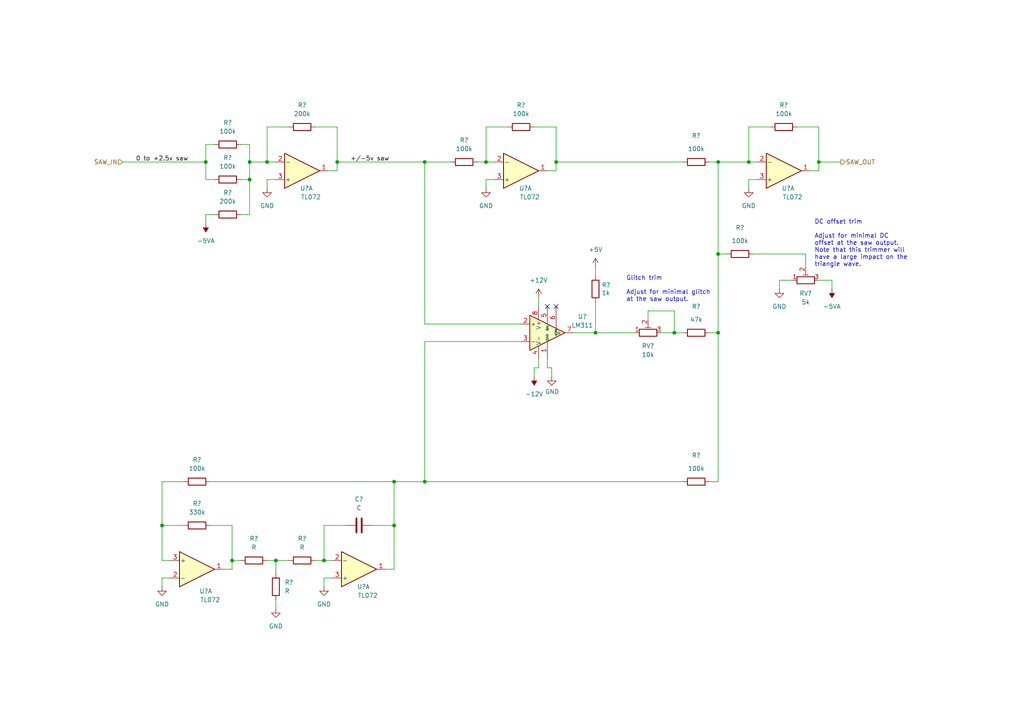
<source format=kicad_sch>
(kicad_sch (version 20211123) (generator eeschema)
  (paper "A4")
  (lib_symbols
    (symbol "Amplifier_Operational:TL072" (pin_names (offset 0.127))
      (property "Reference" "U" (at 0 5.08 0))
      (property "Value" "TL072" (at 0 -5.08 0))
      (symbol "TL072_1_1"
        (polyline (pts (xy -5.08 5.08) (xy 5.08 0) (xy -5.08 -5.08) (xy -5.08 5.08)) (stroke (width 0.254)) (fill (type background)))
        (pin output line (at 7.62 0 180) (length 2.54) (name "~") (number "1"))
        (pin input line (at -7.62 -2.54 0) (length 2.54) (name "-") (number "2"))
        (pin input line (at -7.62 2.54 0) (length 2.54) (name "+") (number "3"))
      )
      (symbol "TL072_2_1"
        (polyline (pts (xy -5.08 5.08) (xy 5.08 0) (xy -5.08 -5.08) (xy -5.08 5.08)) (stroke (width 0.254)) (fill (type background)))
        (pin input line (at -7.62 2.54 0) (length 2.54) (name "+") (number "5"))
        (pin input line (at -7.62 -2.54 0) (length 2.54) (name "-") (number "6"))
        (pin output line (at 7.62 0 180) (length 2.54) (name "~") (number "7"))
      )
      (symbol "TL072_3_1"
        (pin power_in line (at -2.54 -7.62 90) (length 3.81) (name "V-") (number "4"))
        (pin power_in line (at -2.54 7.62 270) (length 3.81) (name "V+") (number "8"))
      )
    )
    (symbol "Comparator:LM311" (pin_names (offset 0.127))
      (property "Reference" "U" (at 3.81 6.35 0))
      (property "Value" "LM311" (at 3.81 3.81 0))
      (symbol "LM311_0_1"
        (polyline (pts (xy 5.08 0) (xy -5.08 5.08) (xy -5.08 -5.08) (xy 5.08 0)) (stroke (width 0.254)) (fill (type background)))
        (polyline (pts (xy 3.683 -0.381) (xy 3.302 -0.381) (xy 3.683 0) (xy 3.302 0.381) (xy 2.921 0) (xy 3.302 -0.381) (xy 2.921 -0.381)) (stroke (width 0.127)))
      )
      (symbol "LM311_1_1"
        (pin passive line (at 0 -7.62 90) (length 5.08) (name "GND") (number "1"))
        (pin input line (at -7.62 2.54 0) (length 2.54) (name "+") (number "2"))
        (pin input line (at -7.62 -2.54 0) (length 2.54) (name "-") (number "3"))
        (pin power_in line (at -2.54 -7.62 90) (length 3.81) (name "V-") (number "4"))
        (pin input line (at 0 7.62 270) (length 5.08) (name "BAL") (number "5"))
        (pin input line (at 2.54 7.62 270) (length 6.35) (name "STRB") (number "6"))
        (pin open_collector line (at 7.62 0 180) (length 2.54) (name "~") (number "7"))
        (pin power_in line (at -2.54 7.62 270) (length 3.81) (name "V+") (number "8"))
      )
    )
    (symbol "Device:C" (pin_numbers hide) (pin_names (offset 0.254))
      (property "Reference" "C" (at 0.635 2.54 0))
      (property "Value" "C" (at 0.635 -2.54 0))
      (symbol "C_0_1"
        (polyline (pts (xy -2.032 -0.762) (xy 2.032 -0.762)) (stroke (width 0.508)))
        (polyline (pts (xy -2.032 0.762) (xy 2.032 0.762)) (stroke (width 0.508)))
      )
      (symbol "C_1_1"
        (pin passive line (at 0 3.81 270) (length 2.794) (name "~") (number "1"))
        (pin passive line (at 0 -3.81 90) (length 2.794) (name "~") (number "2"))
      )
    )
    (symbol "Device:R" (pin_numbers hide) (pin_names (offset 0))
      (property "Reference" "R" (at 2.032 0 90))
      (property "Value" "R" (at 0 0 90))
      (symbol "R_0_1"
        (rectangle (start -1.016 -2.54) (end 1.016 2.54) (stroke (width 0.254)))
      )
      (symbol "R_1_1"
        (pin passive line (at 0 3.81 270) (length 1.27) (name "~") (number "1"))
        (pin passive line (at 0 -3.81 90) (length 1.27) (name "~") (number "2"))
      )
    )
    (symbol "Device:R_Potentiometer_Trim" (pin_names (offset 1.016) hide)
      (property "Reference" "RV" (at -4.445 0 90))
      (property "Value" "R_Potentiometer_Trim" (at -2.54 0 90))
      (symbol "R_Potentiometer_Trim_0_1"
        (polyline (pts (xy 1.524 0.762) (xy 1.524 -0.762)))
        (polyline (pts (xy 2.54 0) (xy 1.524 0)))
        (rectangle (start 1.016 2.54) (end -1.016 -2.54) (stroke (width 0.254)))
      )
      (symbol "R_Potentiometer_Trim_1_1"
        (pin passive line (at 0 3.81 270) (length 1.27) (name "1") (number "1"))
        (pin passive line (at 3.81 0 180) (length 1.27) (name "2") (number "2"))
        (pin passive line (at 0 -3.81 90) (length 1.27) (name "3") (number "3"))
      )
    )
    (symbol "power:+12V" (power) (pin_names (offset 0))
      (property "Value" "+12V" (at 0 3.556 0))
      (symbol "+12V_0_1"
        (polyline (pts (xy -0.762 1.27) (xy 0 2.54)))
        (polyline (pts (xy 0 0) (xy 0 2.54)))
        (polyline (pts (xy 0 2.54) (xy 0.762 1.27)))
      )
      (symbol "+12V_1_1"
        (pin power_in line (at 0 0 90) (length 0) hide (name "+12V") (number "1"))
      )
    )
    (symbol "power:+5V" (power) (pin_names (offset 0))
      (property "Value" "+5V" (at 0 3.556 0))
      (symbol "+5V_0_1"
        (polyline (pts (xy -0.762 1.27) (xy 0 2.54)))
        (polyline (pts (xy 0 0) (xy 0 2.54)))
        (polyline (pts (xy 0 2.54) (xy 0.762 1.27)))
      )
      (symbol "+5V_1_1"
        (pin power_in line (at 0 0 90) (length 0) hide (name "+5V") (number "1"))
      )
    )
    (symbol "power:-12V" (power) (pin_names (offset 0))
      (property "Value" "-12V" (at 0 3.81 0))
      (symbol "-12V_0_0"
        (pin power_in line (at 0 0 90) (length 0) hide (name "-12V") (number "1"))
      )
      (symbol "-12V_0_1"
        (polyline (pts (xy 0 0) (xy 0 1.27) (xy 0.762 1.27) (xy 0 2.54) (xy -0.762 1.27) (xy 0 1.27)) (fill (type outline)))
      )
    )
    (symbol "power:-5VA" (power) (pin_names (offset 0))
      (property "Value" "-5VA" (at 0 3.81 0))
      (symbol "-5VA_0_0"
        (pin power_in line (at 0 0 90) (length 0) hide (name "-5VA") (number "1"))
      )
      (symbol "-5VA_0_1"
        (polyline (pts (xy 0 0) (xy 0 1.27) (xy 0.762 1.27) (xy 0 2.54) (xy -0.762 1.27) (xy 0 1.27)) (fill (type outline)))
      )
    )
    (symbol "power:GND" (power) (pin_names (offset 0))
      (property "Value" "GND" (at 0 -3.81 0))
      (symbol "GND_0_1"
        (polyline (pts (xy 0 0) (xy 0 -1.27) (xy 1.27 -1.27) (xy 0 -2.54) (xy -1.27 -1.27) (xy 0 -1.27)))
      )
      (symbol "GND_1_1"
        (pin power_in line (at 0 0 270) (length 0) hide (name "GND") (number "1"))
      )
    )
  )
  (junction (at 114.3 152.4))
  (junction (at 208.28 46.99))
  (junction (at 114.3 139.7))
  (junction (at 72.39 46.99))
  (junction (at 217.17 46.99))
  (junction (at 208.28 73.66))
  (junction (at 140.97 46.99))
  (junction (at 172.72 96.52))
  (junction (at 80.01 162.56))
  (junction (at 46.99 152.4))
  (junction (at 123.19 46.99))
  (junction (at 161.29 46.99))
  (junction (at 195.58 96.52))
  (junction (at 97.79 46.99))
  (junction (at 237.49 46.99))
  (junction (at 93.98 162.56))
  (junction (at 67.31 162.56))
  (junction (at 123.19 139.7))
  (junction (at 59.69 46.99))
  (junction (at 77.47 46.99))
  (junction (at 72.39 52.07))
  (junction (at 208.28 96.52))
  (no_connect (at 158.75 88.9))
  (no_connect (at 161.29 88.9))
  (wire (pts (xy 233.68 73.66) (xy 218.44 73.66)))
  (wire (pts (xy 205.74 139.7) (xy 208.28 139.7)))
  (wire (pts (xy 195.58 90.17) (xy 187.96 90.17)))
  (wire (pts (xy 156.21 86.36) (xy 156.21 88.9)))
  (wire (pts (xy 138.43 46.99) (xy 140.97 46.99)))
  (wire (pts (xy 161.29 36.83) (xy 161.29 46.99)))
  (wire (pts (xy 77.47 36.83) (xy 83.82 36.83)))
  (wire (pts (xy 59.69 46.99) (xy 59.69 41.91)))
  (wire (pts (xy 161.29 46.99) (xy 198.12 46.99)))
  (wire (pts (xy 140.97 46.99) (xy 140.97 36.83)))
  (wire (pts (xy 172.72 77.47) (xy 172.72 80.01)))
  (wire (pts (xy 59.69 52.07) (xy 59.69 46.99)))
  (wire (pts (xy 140.97 54.61) (xy 140.97 52.07)))
  (wire (pts (xy 191.77 96.52) (xy 195.58 96.52)))
  (wire (pts (xy 205.74 46.99) (xy 208.28 46.99)))
  (wire (pts (xy 217.17 36.83) (xy 223.52 36.83)))
  (wire (pts (xy 46.99 167.64) (xy 49.53 167.64)))
  (wire (pts (xy 93.98 162.56) (xy 96.52 162.56)))
  (wire (pts (xy 208.28 46.99) (xy 208.28 73.66)))
  (wire (pts (xy 67.31 162.56) (xy 67.31 165.1)))
  (wire (pts (xy 35.56 46.99) (xy 59.69 46.99)))
  (wire (pts (xy 161.29 46.99) (xy 161.29 49.53)))
  (wire (pts (xy 114.3 152.4) (xy 107.95 152.4)))
  (wire (pts (xy 237.49 36.83) (xy 231.14 36.83)))
  (wire (pts (xy 114.3 139.7) (xy 123.19 139.7)))
  (wire (pts (xy 59.69 62.23) (xy 59.69 64.77)))
  (wire (pts (xy 69.85 41.91) (xy 72.39 41.91)))
  (wire (pts (xy 67.31 152.4) (xy 60.96 152.4)))
  (wire (pts (xy 156.21 106.68) (xy 156.21 104.14)))
  (wire (pts (xy 46.99 162.56) (xy 49.53 162.56)))
  (wire (pts (xy 97.79 36.83) (xy 97.79 46.99)))
  (wire (pts (xy 93.98 152.4) (xy 100.33 152.4)))
  (wire (pts (xy 80.01 162.56) (xy 80.01 166.37)))
  (wire (pts (xy 64.77 165.1) (xy 67.31 165.1)))
  (wire (pts (xy 208.28 46.99) (xy 217.17 46.99)))
  (wire (pts (xy 114.3 152.4) (xy 114.3 165.1)))
  (wire (pts (xy 237.49 81.28) (xy 241.3 81.28)))
  (wire (pts (xy 123.19 46.99) (xy 130.81 46.99)))
  (wire (pts (xy 72.39 41.91) (xy 72.39 46.99)))
  (wire (pts (xy 77.47 46.99) (xy 80.01 46.99)))
  (wire (pts (xy 95.25 49.53) (xy 97.79 49.53)))
  (wire (pts (xy 208.28 139.7) (xy 208.28 96.52)))
  (wire (pts (xy 154.94 109.22) (xy 154.94 106.68)))
  (wire (pts (xy 158.75 106.68) (xy 158.75 104.14)))
  (wire (pts (xy 160.02 109.22) (xy 160.02 106.68)))
  (wire (pts (xy 72.39 46.99) (xy 72.39 52.07)))
  (wire (pts (xy 46.99 152.4) (xy 46.99 162.56)))
  (wire (pts (xy 123.19 99.06) (xy 123.19 139.7)))
  (wire (pts (xy 111.76 165.1) (xy 114.3 165.1)))
  (wire (pts (xy 72.39 46.99) (xy 77.47 46.99)))
  (wire (pts (xy 237.49 49.53) (xy 237.49 46.99)))
  (wire (pts (xy 67.31 152.4) (xy 67.31 162.56)))
  (wire (pts (xy 123.19 46.99) (xy 123.19 93.98)))
  (wire (pts (xy 140.97 46.99) (xy 143.51 46.99)))
  (wire (pts (xy 140.97 52.07) (xy 143.51 52.07)))
  (wire (pts (xy 233.68 77.47) (xy 233.68 73.66)))
  (wire (pts (xy 80.01 173.99) (xy 80.01 176.53)))
  (wire (pts (xy 154.94 106.68) (xy 156.21 106.68)))
  (wire (pts (xy 77.47 46.99) (xy 77.47 36.83)))
  (wire (pts (xy 217.17 52.07) (xy 219.71 52.07)))
  (wire (pts (xy 123.19 99.06) (xy 151.13 99.06)))
  (wire (pts (xy 172.72 87.63) (xy 172.72 96.52)))
  (wire (pts (xy 97.79 36.83) (xy 91.44 36.83)))
  (wire (pts (xy 123.19 139.7) (xy 198.12 139.7)))
  (wire (pts (xy 97.79 46.99) (xy 97.79 49.53)))
  (wire (pts (xy 69.85 62.23) (xy 72.39 62.23)))
  (wire (pts (xy 69.85 52.07) (xy 72.39 52.07)))
  (wire (pts (xy 158.75 49.53) (xy 161.29 49.53)))
  (wire (pts (xy 172.72 96.52) (xy 184.15 96.52)))
  (wire (pts (xy 195.58 96.52) (xy 195.58 90.17)))
  (wire (pts (xy 161.29 36.83) (xy 154.94 36.83)))
  (wire (pts (xy 210.82 73.66) (xy 208.28 73.66)))
  (wire (pts (xy 205.74 96.52) (xy 208.28 96.52)))
  (wire (pts (xy 93.98 167.64) (xy 96.52 167.64)))
  (wire (pts (xy 237.49 46.99) (xy 237.49 36.83)))
  (wire (pts (xy 77.47 54.61) (xy 77.47 52.07)))
  (wire (pts (xy 241.3 81.28) (xy 241.3 83.82)))
  (wire (pts (xy 91.44 162.56) (xy 93.98 162.56)))
  (wire (pts (xy 166.37 96.52) (xy 172.72 96.52)))
  (wire (pts (xy 208.28 73.66) (xy 208.28 96.52)))
  (wire (pts (xy 77.47 52.07) (xy 80.01 52.07)))
  (wire (pts (xy 59.69 62.23) (xy 62.23 62.23)))
  (wire (pts (xy 160.02 106.68) (xy 158.75 106.68)))
  (wire (pts (xy 114.3 152.4) (xy 114.3 139.7)))
  (wire (pts (xy 187.96 90.17) (xy 187.96 92.71)))
  (wire (pts (xy 114.3 139.7) (xy 60.96 139.7)))
  (wire (pts (xy 53.34 139.7) (xy 46.99 139.7)))
  (wire (pts (xy 67.31 162.56) (xy 69.85 162.56)))
  (wire (pts (xy 62.23 52.07) (xy 59.69 52.07)))
  (wire (pts (xy 72.39 62.23) (xy 72.39 52.07)))
  (wire (pts (xy 59.69 41.91) (xy 62.23 41.91)))
  (wire (pts (xy 226.06 81.28) (xy 229.87 81.28)))
  (wire (pts (xy 217.17 46.99) (xy 219.71 46.99)))
  (wire (pts (xy 195.58 96.52) (xy 198.12 96.52)))
  (wire (pts (xy 234.95 49.53) (xy 237.49 49.53)))
  (wire (pts (xy 46.99 139.7) (xy 46.99 152.4)))
  (wire (pts (xy 53.34 152.4) (xy 46.99 152.4)))
  (wire (pts (xy 77.47 162.56) (xy 80.01 162.56)))
  (wire (pts (xy 226.06 83.82) (xy 226.06 81.28)))
  (wire (pts (xy 80.01 162.56) (xy 83.82 162.56)))
  (wire (pts (xy 123.19 93.98) (xy 151.13 93.98)))
  (wire (pts (xy 93.98 162.56) (xy 93.98 152.4)))
  (wire (pts (xy 46.99 170.18) (xy 46.99 167.64)))
  (wire (pts (xy 217.17 54.61) (xy 217.17 52.07)))
  (wire (pts (xy 97.79 46.99) (xy 123.19 46.99)))
  (wire (pts (xy 217.17 46.99) (xy 217.17 36.83)))
  (wire (pts (xy 140.97 36.83) (xy 147.32 36.83)))
  (wire (pts (xy 93.98 170.18) (xy 93.98 167.64)))
  (wire (pts (xy 237.49 46.99) (xy 243.84 46.99)))
  (text "DC offset trim\n\nAdjust for minimal DC\noffset at the saw output.\nNote that this trimmer will\nhave a large impact on the \ntriangle wave." (at 236.22 77.47 0) (effects (font (size 1.27 1.27)) (justify left bottom)))
  (text "Glitch trim\n\nAdjust for minimal glitch\nat the saw output." (at 181.61 87.63 0) (effects (font (size 1.27 1.27)) (justify left bottom)))
  (label "+{slash}-5v saw" (at 101.6 46.99 0))
  (label "0 to +2.5v saw" (at 39.37 46.99 0))
  (hierarchical_label "SAW_IN" (shape input) (at 35.56 46.99 180))
  (hierarchical_label "SAW_OUT" (shape output) (at 243.84 46.99 0))
  (symbol (lib_id "power:-5VA") (at 59.69 64.77 180) (unit 1)
    (property "Reference" "#PWR?" (effects hide))
    (property "Value" "-5VA" (at 59.69 69.85 0))
  )
  (symbol (lib_id "Device:R") (at 201.93 139.7 90) (unit 1)
    (property "Reference" "R?" (at 201.93 132.08 90))
    (property "Value" "100k" (at 201.93 135.89 90))
  )
  (symbol (lib_id "Device:R") (at 151.13 36.83 90) (unit 1)
    (property "Reference" "R?" (at 151.13 30.48 90))
    (property "Value" "100k" (at 151.13 33.02 90))
  )
  (symbol (lib_id "Amplifier_Operational:TL072") (at 227.33 49.53 0) (mirror x) (unit 1)
    (property "Reference" "U?" (at 228.6 54.61 0))
    (property "Value" "TL072" (at 229.87 57.15 0))
    (property "Datasheet" "http://www.ti.com/lit/ds/symlink/tl071.pdf" (effects hide))
  )
  (symbol (lib_id "power:GND") (at 80.01 176.53 0) (unit 1)
    (property "Reference" "#PWR?" (effects hide))
    (property "Value" "GND" (at 80.01 181.61 0))
  )
  (symbol (lib_id "Device:R") (at 57.15 139.7 90) (unit 1)
    (property "Reference" "R?" (at 57.15 133.35 90))
    (property "Value" "100k" (at 57.15 135.89 90))
  )
  (symbol (lib_id "Amplifier_Operational:TL072") (at 104.14 165.1 0) (mirror x) (unit 1)
    (property "Reference" "U?" (at 105.41 170.18 0))
    (property "Value" "TL072" (at 106.68 172.72 0))
    (property "Datasheet" "http://www.ti.com/lit/ds/symlink/tl071.pdf" (effects hide))
  )
  (symbol (lib_id "Device:R") (at 87.63 36.83 90) (unit 1)
    (property "Reference" "R?" (at 87.63 30.48 90))
    (property "Value" "200k" (at 87.63 33.02 90))
  )
  (symbol (lib_id "Device:R") (at 73.66 162.56 90) (unit 1)
    (property "Reference" "R?" (at 73.66 156.21 90))
    (property "Value" "R" (at 73.66 158.75 90))
  )
  (symbol (lib_id "power:-5VA") (at 241.3 83.82 0) (mirror x) (unit 1)
    (property "Reference" "#PWR?" (effects hide))
    (property "Value" "-5VA" (at 241.3 88.9 0))
  )
  (symbol (lib_id "Device:R") (at 227.33 36.83 90) (unit 1)
    (property "Reference" "R?" (at 227.33 30.48 90))
    (property "Value" "100k" (at 227.33 33.02 90))
  )
  (symbol (lib_id "Device:R") (at 201.93 96.52 90) (unit 1)
    (property "Reference" "R?" (at 201.93 88.9 90))
    (property "Value" "47k" (at 201.93 92.71 90))
  )
  (symbol (lib_id "Device:R") (at 134.62 46.99 90) (unit 1)
    (property "Reference" "R?" (at 134.62 40.64 90))
    (property "Value" "100k" (at 134.62 43.18 90))
  )
  (symbol (lib_id "power:GND") (at 160.02 109.22 0) (unit 1)
    (property "Reference" "#PWR?" (effects hide))
    (property "Value" "~" (at 160.147 113.6142 0))
  )
  (symbol (lib_id "Device:R") (at 201.93 46.99 90) (unit 1)
    (property "Reference" "R?" (at 201.93 39.37 90))
    (property "Value" "100k" (at 201.93 43.18 90))
  )
  (symbol (lib_id "Device:R_Potentiometer_Trim") (at 233.68 81.28 90) (unit 1)
    (property "Reference" "RV?" (at 233.68 85.09 90))
    (property "Value" "5k" (at 233.68 87.63 90))
  )
  (symbol (lib_id "power:GND") (at 46.99 170.18 0) (unit 1)
    (property "Reference" "#PWR?" (effects hide))
    (property "Value" "GND" (at 46.99 175.26 0))
  )
  (symbol (lib_id "Device:R") (at 57.15 152.4 90) (unit 1)
    (property "Reference" "R?" (at 57.15 146.05 90))
    (property "Value" "330k" (at 57.15 148.59 90))
  )
  (symbol (lib_id "Device:R") (at 87.63 162.56 90) (unit 1)
    (property "Reference" "R?" (at 87.63 156.21 90))
    (property "Value" "R" (at 87.63 158.75 90))
  )
  (symbol (lib_id "Device:R") (at 66.04 41.91 90) (unit 1)
    (property "Reference" "R?" (at 66.04 35.56 90))
    (property "Value" "100k" (at 66.04 38.1 90))
  )
  (symbol (lib_id "Device:R") (at 66.04 62.23 90) (unit 1)
    (property "Reference" "R?" (at 66.04 55.88 90))
    (property "Value" "200k" (at 66.04 58.42 90))
  )
  (symbol (lib_id "Device:R") (at 66.04 52.07 90) (unit 1)
    (property "Reference" "R?" (at 66.04 45.72 90))
    (property "Value" "100k" (at 66.04 48.26 90))
  )
  (symbol (lib_id "Device:R") (at 80.01 170.18 0) (unit 1)
    (property "Reference" "R?" (at 82.55 168.9099 0) (effects (justify left)))
    (property "Value" "R" (at 82.55 171.4499 0) (effects (justify left)))
  )
  (symbol (lib_id "power:GND") (at 77.47 54.61 0) (unit 1)
    (property "Reference" "#PWR?" (effects hide))
    (property "Value" "GND" (at 77.47 59.69 0))
  )
  (symbol (lib_id "Comparator:LM311") (at 158.75 96.52 0) (unit 1)
    (property "Reference" "U?" (at 168.91 91.821 0))
    (property "Value" "LM311" (at 168.91 94.361 0))
    (property "Datasheet" "https://www.st.com/resource/en/datasheet/lm311.pdf" (effects hide))
  )
  (symbol (lib_id "Device:R") (at 214.63 73.66 270) (mirror x) (unit 1)
    (property "Reference" "R?" (at 214.63 66.04 90))
    (property "Value" "100k" (at 214.63 69.85 90))
  )
  (symbol (lib_id "power:GND") (at 140.97 54.61 0) (unit 1)
    (property "Reference" "#PWR?" (effects hide))
    (property "Value" "GND" (at 140.97 59.69 0))
  )
  (symbol (lib_id "Device:C") (at 104.14 152.4 90) (unit 1)
    (property "Reference" "C?" (at 104.14 144.78 90))
    (property "Value" "C" (at 104.14 147.32 90))
  )
  (symbol (lib_id "power:+12V") (at 156.21 86.36 0) (unit 1)
    (property "Reference" "#PWR?" (effects hide))
    (property "Value" "+12V" (at 156.21 81.28 0))
  )
  (symbol (lib_id "power:GND") (at 93.98 170.18 0) (unit 1)
    (property "Reference" "#PWR?" (effects hide))
    (property "Value" "GND" (at 93.98 175.26 0))
  )
  (symbol (lib_id "Amplifier_Operational:TL072") (at 87.63 49.53 0) (mirror x) (unit 1)
    (property "Reference" "U?" (at 88.9 54.61 0))
    (property "Value" "TL072" (at 90.17 57.15 0))
    (property "Datasheet" "http://www.ti.com/lit/ds/symlink/tl071.pdf" (effects hide))
  )
  (symbol (lib_id "power:+5V") (at 172.72 77.47 0) (unit 1)
    (property "Reference" "#PWR?" (effects hide))
    (property "Value" "+5V" (at 172.72 72.39 0))
  )
  (symbol (lib_id "Amplifier_Operational:TL072") (at 151.13 49.53 0) (mirror x) (unit 1)
    (property "Reference" "U?" (at 152.4 54.61 0))
    (property "Value" "TL072" (at 153.67 57.15 0))
    (property "Datasheet" "http://www.ti.com/lit/ds/symlink/tl071.pdf" (effects hide))
  )
  (symbol (lib_id "power:GND") (at 226.06 83.82 0) (unit 1)
    (property "Reference" "#PWR?" (effects hide))
    (property "Value" "GND" (at 226.06 88.9 0))
  )
  (symbol (lib_id "power:GND") (at 217.17 54.61 0) (unit 1)
    (property "Reference" "#PWR?" (effects hide))
    (property "Value" "GND" (at 217.17 59.69 0))
  )
  (symbol (lib_id "Device:R") (at 172.72 83.82 180) (unit 1)
    (property "Reference" "R?" (at 174.498 82.6516 0) (effects (justify right)))
    (property "Value" "1k" (at 174.498 84.963 0) (effects (justify right)))
  )
  (symbol (lib_id "Device:R_Potentiometer_Trim") (at 187.96 96.52 90) (unit 1)
    (property "Reference" "RV?" (at 187.96 100.33 90))
    (property "Value" "10k" (at 187.96 102.87 90))
  )
  (symbol (lib_id "power:-12V") (at 154.94 109.22 180) (unit 1)
    (property "Reference" "#PWR?" (effects hide))
    (property "Value" "-12V" (at 154.94 114.3 0))
  )
  (symbol (lib_id "Amplifier_Operational:TL072") (at 57.15 165.1 0) (unit 1)
    (property "Reference" "U?" (at 59.69 171.45 0))
    (property "Value" "TL072" (at 60.96 173.99 0))
    (property "Datasheet" "http://www.ti.com/lit/ds/symlink/tl071.pdf" (effects hide))
  )
)
</source>
